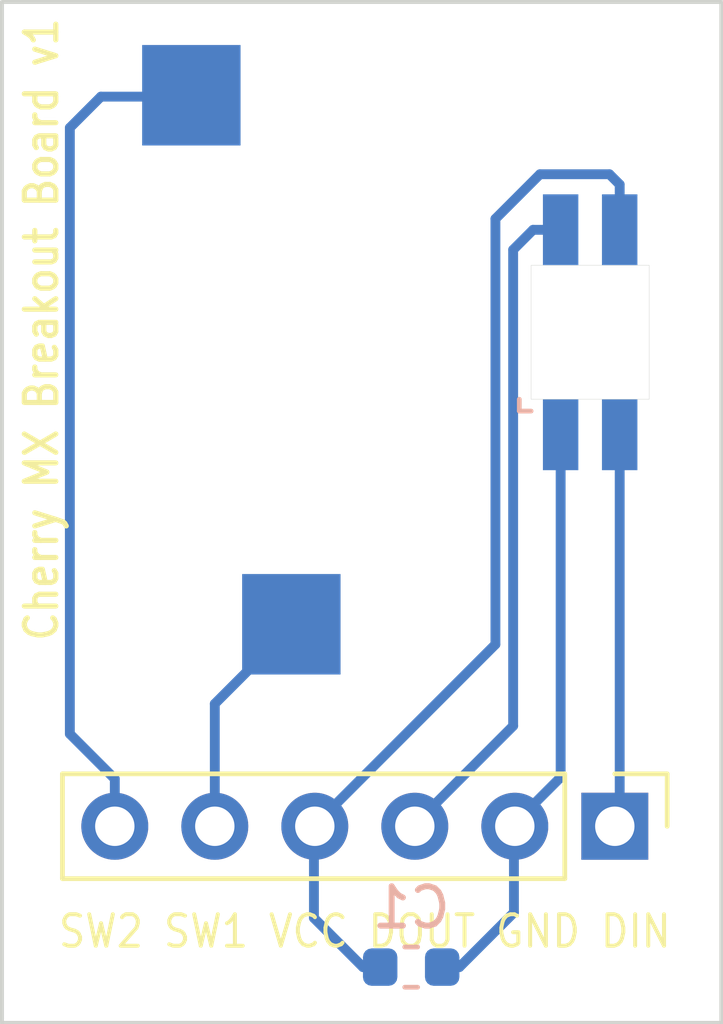
<source format=kicad_pcb>
(kicad_pcb (version 20171130) (host pcbnew "(5.1.5-0-10_14)")

  (general
    (thickness 1.6)
    (drawings 6)
    (tracks 32)
    (zones 0)
    (modules 3)
    (nets 7)
  )

  (page A4)
  (title_block
    (title "Cherry MX Breakout Board with LTST-A683CEGBW LED and Kailh Socket")
    (date 2020-01-23)
    (rev v1)
    (comment 2 https://tldrlegal.com/license/mit-license)
    (comment 3 "License: MIT")
    (comment 4 "Author: Sebastian Szczepanski")
  )

  (layers
    (0 F.Cu signal)
    (31 B.Cu signal)
    (32 B.Adhes user)
    (33 F.Adhes user)
    (34 B.Paste user)
    (35 F.Paste user)
    (36 B.SilkS user)
    (37 F.SilkS user)
    (38 B.Mask user)
    (39 F.Mask user)
    (40 Dwgs.User user)
    (41 Cmts.User user)
    (42 Eco1.User user)
    (43 Eco2.User user)
    (44 Edge.Cuts user)
    (45 Margin user)
    (46 B.CrtYd user)
    (47 F.CrtYd user)
    (48 B.Fab user)
    (49 F.Fab user)
  )

  (setup
    (last_trace_width 0.25)
    (trace_clearance 0.2)
    (zone_clearance 0.508)
    (zone_45_only no)
    (trace_min 0.2)
    (via_size 0.8)
    (via_drill 0.4)
    (via_min_size 0.4)
    (via_min_drill 0.3)
    (uvia_size 0.3)
    (uvia_drill 0.1)
    (uvias_allowed no)
    (uvia_min_size 0.2)
    (uvia_min_drill 0.1)
    (edge_width 0.05)
    (segment_width 0.2)
    (pcb_text_width 0.3)
    (pcb_text_size 1.5 1.5)
    (mod_edge_width 0.12)
    (mod_text_size 1 1)
    (mod_text_width 0.15)
    (pad_size 2.55 2.5)
    (pad_drill 0)
    (pad_to_mask_clearance 0.051)
    (solder_mask_min_width 0.25)
    (aux_axis_origin 0 0)
    (visible_elements FFFFFF7F)
    (pcbplotparams
      (layerselection 0x010f0_ffffffff)
      (usegerberextensions false)
      (usegerberattributes false)
      (usegerberadvancedattributes false)
      (creategerberjobfile false)
      (excludeedgelayer true)
      (linewidth 0.100000)
      (plotframeref false)
      (viasonmask false)
      (mode 1)
      (useauxorigin false)
      (hpglpennumber 1)
      (hpglpenspeed 20)
      (hpglpendiameter 15.000000)
      (psnegative false)
      (psa4output false)
      (plotreference true)
      (plotvalue true)
      (plotinvisibletext false)
      (padsonsilk false)
      (subtractmaskfromsilk false)
      (outputformat 1)
      (mirror false)
      (drillshape 0)
      (scaleselection 1)
      (outputdirectory "../gerbers/Kailh Socket/"))
  )

  (net 0 "")
  (net 1 VCC)
  (net 2 GND)
  (net 3 SW1)
  (net 4 SW2)
  (net 5 DIN)
  (net 6 DOUT)

  (net_class Default "This is the default net class."
    (clearance 0.2)
    (trace_width 0.25)
    (via_dia 0.8)
    (via_drill 0.4)
    (uvia_dia 0.3)
    (uvia_drill 0.1)
    (add_net DIN)
    (add_net DOUT)
    (add_net GND)
    (add_net SW1)
    (add_net SW2)
    (add_net VCC)
  )

  (module Connector_PinHeader_2.54mm:PinHeader_1x06_P2.54mm_Vertical (layer F.Cu) (tedit 59FED5CC) (tstamp 5E27E28B)
    (at 159.092 117.946 270)
    (descr "Through hole straight pin header, 1x06, 2.54mm pitch, single row")
    (tags "Through hole pin header THT 1x06 2.54mm single row")
    (path /5E281B3F)
    (fp_text reference J1 (at 2.286 2.667 90) (layer F.SilkS) hide
      (effects (font (size 1 1) (thickness 0.15)))
    )
    (fp_text value Conn_01x06_Male (at 2.794 10.668 180) (layer F.Fab) hide
      (effects (font (size 1 1) (thickness 0.15)))
    )
    (fp_line (start -0.635 -1.27) (end 1.27 -1.27) (layer F.Fab) (width 0.1))
    (fp_line (start 1.27 -1.27) (end 1.27 13.97) (layer F.Fab) (width 0.1))
    (fp_line (start 1.27 13.97) (end -1.27 13.97) (layer F.Fab) (width 0.1))
    (fp_line (start -1.27 13.97) (end -1.27 -0.635) (layer F.Fab) (width 0.1))
    (fp_line (start -1.27 -0.635) (end -0.635 -1.27) (layer F.Fab) (width 0.1))
    (fp_line (start -1.33 14.03) (end 1.33 14.03) (layer F.SilkS) (width 0.12))
    (fp_line (start -1.33 1.27) (end -1.33 14.03) (layer F.SilkS) (width 0.12))
    (fp_line (start 1.33 1.27) (end 1.33 14.03) (layer F.SilkS) (width 0.12))
    (fp_line (start -1.33 1.27) (end 1.33 1.27) (layer F.SilkS) (width 0.12))
    (fp_line (start -1.33 0) (end -1.33 -1.33) (layer F.SilkS) (width 0.12))
    (fp_line (start -1.33 -1.33) (end 0 -1.33) (layer F.SilkS) (width 0.12))
    (fp_line (start -1.8 -1.8) (end -1.8 14.5) (layer F.CrtYd) (width 0.05))
    (fp_line (start -1.8 14.5) (end 1.8 14.5) (layer F.CrtYd) (width 0.05))
    (fp_line (start 1.8 14.5) (end 1.8 -1.8) (layer F.CrtYd) (width 0.05))
    (fp_line (start 1.8 -1.8) (end -1.8 -1.8) (layer F.CrtYd) (width 0.05))
    (fp_text user %R (at 0 6.35) (layer F.Fab) hide
      (effects (font (size 1 1) (thickness 0.15)))
    )
    (pad 1 thru_hole rect (at 0 0 270) (size 1.7 1.7) (drill 1) (layers *.Cu *.Mask)
      (net 5 DIN))
    (pad 2 thru_hole oval (at 0 2.54 270) (size 1.7 1.7) (drill 1) (layers *.Cu *.Mask)
      (net 2 GND))
    (pad 3 thru_hole oval (at 0 5.08 270) (size 1.7 1.7) (drill 1) (layers *.Cu *.Mask)
      (net 6 DOUT))
    (pad 4 thru_hole oval (at 0 7.62 270) (size 1.7 1.7) (drill 1) (layers *.Cu *.Mask)
      (net 1 VCC))
    (pad 5 thru_hole oval (at 0 10.16 270) (size 1.7 1.7) (drill 1) (layers *.Cu *.Mask)
      (net 3 SW1))
    (pad 6 thru_hole oval (at 0 12.7 270) (size 1.7 1.7) (drill 1) (layers *.Cu *.Mask)
      (net 4 SW2))
    (model ${KISYS3DMOD}/Connector_PinHeader_2.54mm.3dshapes/PinHeader_1x06_P2.54mm_Vertical.wrl
      (at (xyz 0 0 0))
      (scale (xyz 1 1 1))
      (rotate (xyz 0 0 0))
    )
  )

  (module Capacitor_SMD:C_0603_1608Metric (layer B.Cu) (tedit 5B301BBE) (tstamp 5E2DEEB2)
    (at 153.92 121.52)
    (descr "Capacitor SMD 0603 (1608 Metric), square (rectangular) end terminal, IPC_7351 nominal, (Body size source: http://www.tortai-tech.com/upload/download/2011102023233369053.pdf), generated with kicad-footprint-generator")
    (tags capacitor)
    (path /5E27C2F1)
    (attr smd)
    (fp_text reference C1 (at 0.003766 -1.506827) (layer B.SilkS)
      (effects (font (size 1 1) (thickness 0.15)) (justify mirror))
    )
    (fp_text value 0.1uF (at 0 -1.43) (layer B.SilkS) hide
      (effects (font (size 1 1) (thickness 0.15)) (justify mirror))
    )
    (fp_text user %R (at 0 0) (layer B.Fab)
      (effects (font (size 0.4 0.4) (thickness 0.06)) (justify mirror))
    )
    (fp_line (start 1.48 -0.73) (end -1.48 -0.73) (layer B.CrtYd) (width 0.05))
    (fp_line (start 1.48 0.73) (end 1.48 -0.73) (layer B.CrtYd) (width 0.05))
    (fp_line (start -1.48 0.73) (end 1.48 0.73) (layer B.CrtYd) (width 0.05))
    (fp_line (start -1.48 -0.73) (end -1.48 0.73) (layer B.CrtYd) (width 0.05))
    (fp_line (start -0.162779 -0.51) (end 0.162779 -0.51) (layer B.SilkS) (width 0.12))
    (fp_line (start -0.162779 0.51) (end 0.162779 0.51) (layer B.SilkS) (width 0.12))
    (fp_line (start 0.8 -0.4) (end -0.8 -0.4) (layer B.Fab) (width 0.1))
    (fp_line (start 0.8 0.4) (end 0.8 -0.4) (layer B.Fab) (width 0.1))
    (fp_line (start -0.8 0.4) (end 0.8 0.4) (layer B.Fab) (width 0.1))
    (fp_line (start -0.8 -0.4) (end -0.8 0.4) (layer B.Fab) (width 0.1))
    (pad 2 smd roundrect (at 0.7875 0) (size 0.875 0.95) (layers B.Cu B.Paste B.Mask) (roundrect_rratio 0.25)
      (net 2 GND))
    (pad 1 smd roundrect (at -0.7875 0) (size 0.875 0.95) (layers B.Cu B.Paste B.Mask) (roundrect_rratio 0.25)
      (net 1 VCC))
    (model ${KISYS3DMOD}/Capacitor_SMD.3dshapes/C_0603_1608Metric.wrl
      (at (xyz 0 0 0))
      (scale (xyz 1 1 1))
      (rotate (xyz 0 0 0))
    )
  )

  (module "Cherry MX:Cherry-MX_Plate-Mounted_LTST-A683CEGBW_Kailh_Socket" (layer F.Cu) (tedit 5E2DEC68) (tstamp 5E299333)
    (at 153.416 105.41 90)
    (path /5E278424)
    (fp_text reference U1 (at 0 -8.7 90) (layer F.SilkS) hide
      (effects (font (size 1 1) (thickness 0.15)))
    )
    (fp_text value Cherry_MX_RGB (at 0 9 90) (layer F.Fab) hide
      (effects (font (size 1 1) (thickness 0.15)))
    )
    (fp_poly (pts (xy 1.7 6.55) (xy -1.7 6.55) (xy -1.7 3.55) (xy 1.7 3.55)) (layer Edge.Cuts) (width 0.01))
    (fp_line (start -1.7 3.25) (end -2 3.25) (layer B.SilkS) (width 0.12))
    (fp_line (start -2 3.25) (end -2 3.55) (layer B.SilkS) (width 0.12))
    (fp_line (start 7.8 7.8) (end -7.8 7.8) (layer F.Fab) (width 0.12))
    (fp_line (start -7.8 7.8) (end -7.8 -7.8) (layer F.Fab) (width 0.12))
    (fp_line (start 7.8 7.8) (end 7.8 -7.8) (layer F.Fab) (width 0.12))
    (fp_line (start -7.8 -7.8) (end 7.8 -7.8) (layer F.Fab) (width 0.12))
    (pad 3 smd rect (at 2.6 4.3 90) (size 1.8 0.9) (layers B.Cu B.Paste B.Mask)
      (net 6 DOUT))
    (pad 4 smd rect (at 2.6 5.8 90) (size 1.8 0.9) (layers B.Cu B.Paste B.Mask)
      (net 1 VCC))
    (pad 2 smd rect (at -2.6 5.8 90) (size 1.8 0.9) (layers B.Cu B.Paste B.Mask)
      (net 5 DIN))
    (pad 1 smd rect (at -2.6 4.3 90) (size 1.8 0.9) (layers B.Cu B.Paste B.Mask)
      (net 2 GND))
    (pad 6 smd rect (at 6.015 -5.08 90) (size 2.55 2.5) (layers B.Cu B.Paste B.Mask)
      (net 4 SW2))
    (pad 5 smd rect (at -7.41 -2.54 90) (size 2.55 2.5) (layers B.Cu B.Paste B.Mask)
      (net 3 SW1))
    (pad "" np_thru_hole circle (at 2.54 -5.08 90) (size 3 3) (drill 3) (layers *.Cu *.Mask))
    (pad "" np_thru_hole circle (at -3.81 -2.54 90) (size 3 3) (drill 3) (layers *.Cu *.Mask))
    (pad "" np_thru_hole circle (at 0 0 90) (size 4 4) (drill 4) (layers *.Cu *.Mask))
    (model "/Users/sebastianszczepanski/GitHub/Cherry-MX-Breakout-Board/libraries/Cherry MX.pretty/Kailh_Socket.stp"
      (offset (xyz -0.65 3.8 -3.53))
      (scale (xyz 1 1 1))
      (rotate (xyz 0 0 180))
    )
    (model "/Users/sebastianszczepanski/GitHub/Cherry-MX-Breakout-Board/libraries/Cherry MX.pretty/LTST-A683CEGBW.step"
      (offset (xyz 0 -5.05 -1.9))
      (scale (xyz 1 1 1))
      (rotate (xyz 0 0 0))
    )
  )

  (gr_text "Cherry MX Breakout Board v1\n" (at 144.53 113.31 90) (layer F.SilkS)
    (effects (font (size 0.8 0.7) (thickness 0.13)) (justify left))
  )
  (gr_text "SW2 SW1 VCC DOUT GND DIN" (at 152.742 120.613) (layer F.SilkS)
    (effects (font (size 0.8 0.7) (thickness 0.1)))
  )
  (gr_line (start 143.526 97.028) (end 161.798 97.028) (layer Edge.Cuts) (width 0.1))
  (gr_line (start 143.526 122.936) (end 143.526 97.028) (layer Edge.Cuts) (width 0.1))
  (gr_line (start 161.798 122.936) (end 143.526 122.936) (layer Edge.Cuts) (width 0.1))
  (gr_line (start 161.798 97.028) (end 161.798 122.936) (layer Edge.Cuts) (width 0.1))

  (segment (start 159.216 101.66) (end 158.956 101.4) (width 0.25) (layer B.Cu) (net 1))
  (segment (start 159.216 102.81) (end 159.216 101.66) (width 0.25) (layer B.Cu) (net 1))
  (segment (start 157.190998 101.4) (end 156.05999 102.531008) (width 0.25) (layer B.Cu) (net 1))
  (segment (start 158.956 101.4) (end 157.190998 101.4) (width 0.25) (layer B.Cu) (net 1))
  (segment (start 156.05999 102.531008) (end 156.05999 113.33001) (width 0.25) (layer B.Cu) (net 1))
  (segment (start 156.05999 113.33001) (end 151.44 117.95) (width 0.25) (layer B.Cu) (net 1))
  (segment (start 152.695 121.52) (end 151.45 120.275) (width 0.25) (layer B.Cu) (net 1))
  (segment (start 153.1325 121.52) (end 152.695 121.52) (width 0.25) (layer B.Cu) (net 1))
  (segment (start 151.45 120.275) (end 151.45 118) (width 0.25) (layer B.Cu) (net 1))
  (segment (start 156.679 117.946) (end 156.552 117.946) (width 0.25) (layer B.Cu) (net 2))
  (segment (start 157.716 108.01) (end 157.716 116.704) (width 0.25) (layer B.Cu) (net 2))
  (segment (start 157.716 116.704) (end 156.51 117.91) (width 0.25) (layer B.Cu) (net 2))
  (segment (start 155.145 121.52) (end 156.53 120.135) (width 0.25) (layer B.Cu) (net 2))
  (segment (start 154.7075 121.52) (end 155.145 121.52) (width 0.25) (layer B.Cu) (net 2))
  (segment (start 156.53 120.135) (end 156.53 118.03) (width 0.25) (layer B.Cu) (net 2))
  (segment (start 148.932 117.946) (end 148.932 114.838) (width 0.25) (layer B.Cu) (net 3))
  (segment (start 148.932 114.838) (end 150.72 113.05) (width 0.25) (layer B.Cu) (net 3))
  (segment (start 150.72 113.05) (end 150.72 112.98) (width 0.25) (layer B.Cu) (net 3))
  (segment (start 146.392 116.743919) (end 145.25 115.601919) (width 0.25) (layer B.Cu) (net 4))
  (segment (start 146.392 117.946) (end 146.392 116.743919) (width 0.25) (layer B.Cu) (net 4))
  (segment (start 145.25 115.601919) (end 145.25 100.22) (width 0.25) (layer B.Cu) (net 4))
  (segment (start 145.25 100.22) (end 146.04 99.43) (width 0.25) (layer B.Cu) (net 4))
  (segment (start 146.04 99.43) (end 148.48 99.43) (width 0.25) (layer B.Cu) (net 4))
  (segment (start 159.098001 117.939999) (end 159.092 117.946) (width 0.25) (layer B.Cu) (net 5))
  (segment (start 158.896 117.623) (end 159.092 117.819) (width 0.25) (layer B.Cu) (net 5))
  (segment (start 158.796 117.606) (end 159.05 117.86) (width 0.25) (layer B.Cu) (net 5))
  (segment (start 159.216 108.01) (end 159.216 117.764) (width 0.25) (layer B.Cu) (net 5))
  (segment (start 159.216 117.764) (end 159.05 117.93) (width 0.25) (layer B.Cu) (net 5))
  (segment (start 157.016 102.81) (end 156.51 103.316) (width 0.25) (layer B.Cu) (net 6))
  (segment (start 157.716 102.81) (end 157.016 102.81) (width 0.25) (layer B.Cu) (net 6))
  (segment (start 156.51 103.316) (end 156.51 115.4) (width 0.25) (layer B.Cu) (net 6))
  (segment (start 156.51 115.4) (end 154.03 117.88) (width 0.25) (layer B.Cu) (net 6))

)

</source>
